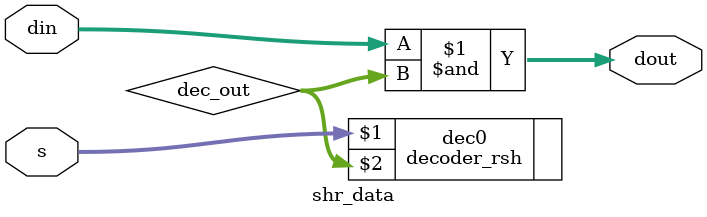
<source format=v>
module shr_data (
    input [15:0] din,
    input [3:0] s,
    output wire [15:0] dout
);
    wire [15:0] dec_out;

    decoder_rsh dec0(s, dec_out);

    assign dout = din & dec_out;

endmodule //shr_data
</source>
